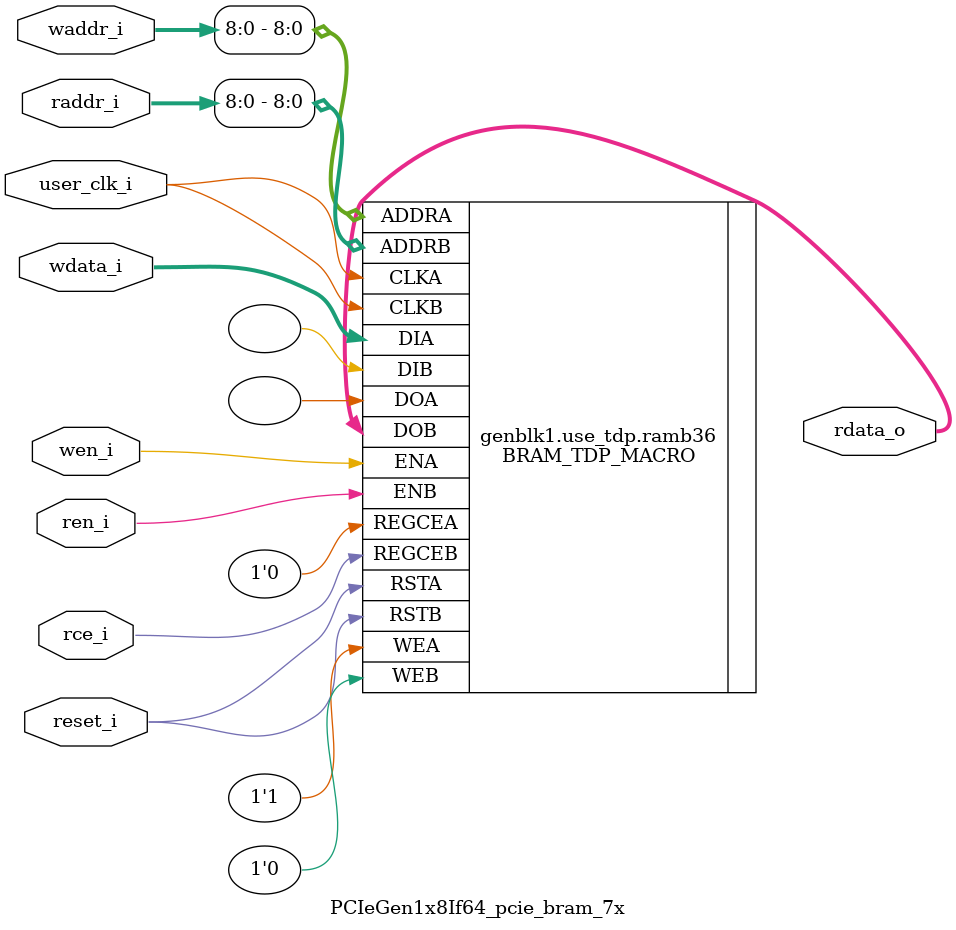
<source format=v>

`timescale 1ps/1ps

(* DowngradeIPIdentifiedWarnings = "yes" *)
module PCIeGen1x8If64_pcie_bram_7x
  #(
    parameter [3:0]  LINK_CAP_MAX_LINK_SPEED = 4'h1,        // PCIe Link Speed : 1 - 2.5 GT/s; 2 - 5.0 GT/s
    parameter [5:0]  LINK_CAP_MAX_LINK_WIDTH = 6'h08,       // PCIe Link Width : 1 / 2 / 4 / 8
    parameter IMPL_TARGET = "HARD",                         // the implementation target : HARD, SOFT
    parameter DOB_REG = 0,                                  // 1 - use the output register;
                                                            // 0 - don't use the output register
    parameter WIDTH = 0                                     // supported WIDTH's : 4, 9, 18, 36 - uses RAMB36
                                                            //                     72 - uses RAMB36SDP
    )
    (
     input               user_clk_i,// user clock
     input               reset_i,   // bram reset

     input               wen_i,     // write enable
     input [12:0]        waddr_i,   // write address
     input [WIDTH - 1:0] wdata_i,   // write data

     input               ren_i,     // read enable
     input               rce_i,     // output register clock enable
     input [12:0]        raddr_i,   // read address

     output [WIDTH - 1:0] rdata_o   // read data
     );

   // map the address bits
   localparam ADDR_MSB = ((WIDTH == 4)  ? 12 :
                          (WIDTH == 9)  ? 11 :
                          (WIDTH == 18) ? 10 :
                          (WIDTH == 36) ?  9 :
                                           8
                          );

   // set the width of the tied off low address bits
   localparam ADDR_LO_BITS = ((WIDTH == 4)  ? 2 :
                              (WIDTH == 9)  ? 3 :
                              (WIDTH == 18) ? 4 :
                              (WIDTH == 36) ? 5 :
                                              0 // for WIDTH 72 use RAMB36SDP
                              );

   // map the data bits
   localparam D_MSB =  ((WIDTH == 4)  ?  3 :
                        (WIDTH == 9)  ?  7 :
                        (WIDTH == 18) ? 15 :
                        (WIDTH == 36) ? 31 :
                                        63
                        );

   // map the data parity bits
   localparam DP_LSB =  D_MSB + 1;

   localparam DP_MSB =  ((WIDTH == 4)  ? 4 :
                         (WIDTH == 9)  ? 8 :
                         (WIDTH == 18) ? 17 :
                         (WIDTH == 36) ? 35 :
                                         71
                        );

   localparam DPW = DP_MSB - DP_LSB + 1;
   localparam WRITE_MODE = ((WIDTH == 72) && (!((LINK_CAP_MAX_LINK_SPEED == 4'h2) && (LINK_CAP_MAX_LINK_WIDTH == 6'h08)))) ? "WRITE_FIRST" :
                           ((LINK_CAP_MAX_LINK_SPEED == 4'h2) && (LINK_CAP_MAX_LINK_WIDTH == 6'h08)) ? "WRITE_FIRST" : "NO_CHANGE";

   localparam DEVICE = (IMPL_TARGET == "HARD") ? "7SERIES" : "VIRTEX6";
   localparam BRAM_SIZE = "36Kb";

   localparam WE_WIDTH =(DEVICE == "VIRTEX5" || DEVICE == "VIRTEX6" || DEVICE == "7SERIES") ?
                            ((WIDTH <= 9) ? 1 :
                             (WIDTH > 9 && WIDTH <= 18) ? 2 :
                             (WIDTH > 18 && WIDTH <= 36) ? 4 :
                             (WIDTH > 36 && WIDTH <= 72) ? 8 :
                             (BRAM_SIZE == "18Kb") ? 4 : 8 ) : 8;

   //synthesis translate_off
   initial begin
      //$display("[%t] %m DOB_REG %0d WIDTH %0d ADDR_MSB %0d ADDR_LO_BITS %0d DP_MSB %0d DP_LSB %0d D_MSB %0d",
      //          $time, DOB_REG,   WIDTH,    ADDR_MSB,    ADDR_LO_BITS,    DP_MSB,    DP_LSB,    D_MSB);

      case (WIDTH)
        4,9,18,36,72:;
        default:
          begin
             $display("[%t] %m Error WIDTH %0d not supported", $time, WIDTH);
             $finish;
          end
      endcase // case (WIDTH)
   end
   //synthesis translate_on

   generate
   if ((LINK_CAP_MAX_LINK_WIDTH == 6'h08 && LINK_CAP_MAX_LINK_SPEED == 4'h2) || (WIDTH == 72)) begin : use_sdp
        BRAM_SDP_MACRO #(
               .DEVICE        (DEVICE),
               .BRAM_SIZE     (BRAM_SIZE),
               .DO_REG        (DOB_REG),
               .READ_WIDTH    (WIDTH),
               .WRITE_WIDTH   (WIDTH),
               .WRITE_MODE    (WRITE_MODE)
               )
        ramb36sdp(
               .DO             (rdata_o[WIDTH-1:0]),
               .DI             (wdata_i[WIDTH-1:0]),
               .RDADDR         (raddr_i[ADDR_MSB:0]),
               .RDCLK          (user_clk_i),
               .RDEN           (ren_i),
               .REGCE          (rce_i),
               .RST            (reset_i),
               .WE             ({WE_WIDTH{1'b1}}),
               .WRADDR         (waddr_i[ADDR_MSB:0]),
               .WRCLK          (user_clk_i),
               .WREN           (wen_i)
               );

    end  // block: use_sdp
    else if (WIDTH <= 36) begin : use_tdp
    // use RAMB36's if the width is 4, 9, 18, or 36
        BRAM_TDP_MACRO #(
               .DEVICE        (DEVICE),
               .BRAM_SIZE     (BRAM_SIZE),
               .DOA_REG       (0),
               .DOB_REG       (DOB_REG),
               .READ_WIDTH_A  (WIDTH),
               .READ_WIDTH_B  (WIDTH),
               .WRITE_WIDTH_A (WIDTH),
               .WRITE_WIDTH_B (WIDTH),
               .WRITE_MODE_A  (WRITE_MODE)
               )
        ramb36(
               .DOA            (),
               .DOB            (rdata_o[WIDTH-1:0]),
               .ADDRA          (waddr_i[ADDR_MSB:0]),
               .ADDRB          (raddr_i[ADDR_MSB:0]),
               .CLKA           (user_clk_i),
               .CLKB           (user_clk_i),
               .DIA            (wdata_i[WIDTH-1:0]),
               .DIB            ({WIDTH{1'b0}}),
               .ENA            (wen_i),
               .ENB            (ren_i),
               .REGCEA         (1'b0),
               .REGCEB         (rce_i),
               .RSTA           (reset_i),
               .RSTB           (reset_i),
               .WEA            ({WE_WIDTH{1'b1}}),
               .WEB            ({WE_WIDTH{1'b0}})
               );
   end // block: use_tdp
   endgenerate

endmodule // pcie_bram_7x


</source>
